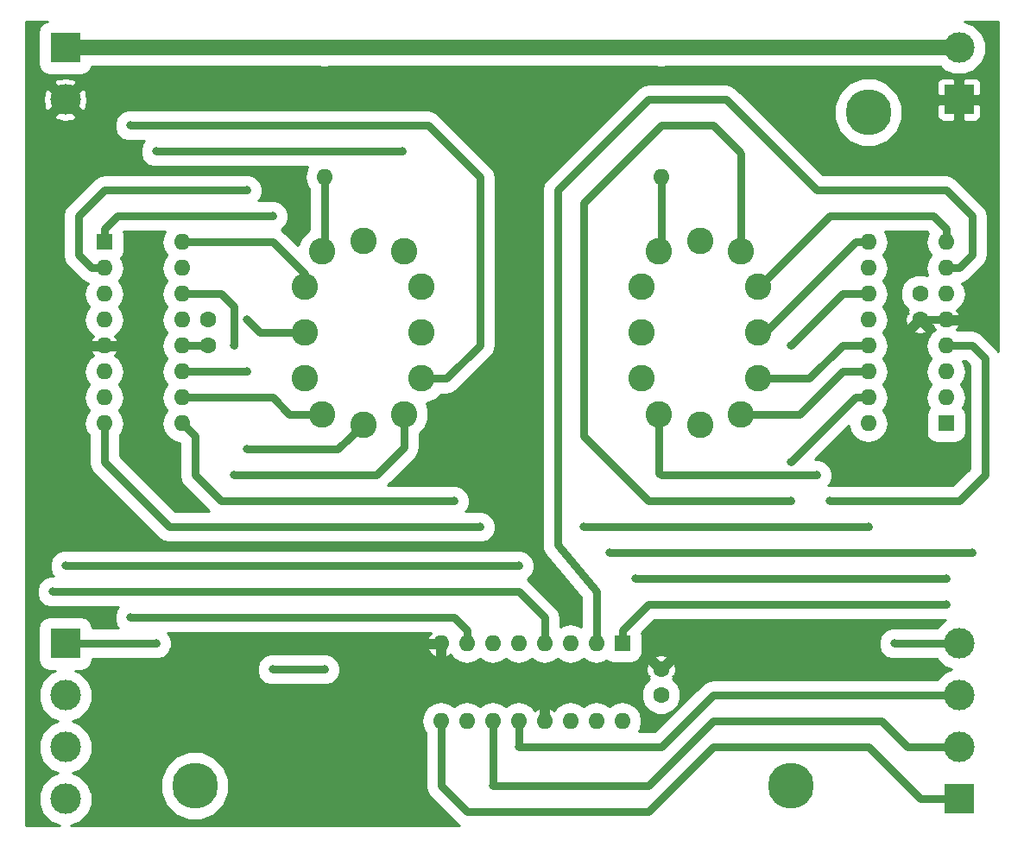
<source format=gbl>
G04 #@! TF.FileFunction,Copper,L2,Bot,Signal*
%FSLAX46Y46*%
G04 Gerber Fmt 4.6, Leading zero omitted, Abs format (unit mm)*
G04 Created by KiCad (PCBNEW 4.0.6) date Sat Sep  9 17:26:42 2017*
%MOMM*%
%LPD*%
G01*
G04 APERTURE LIST*
%ADD10C,0.100000*%
%ADD11R,1.600000X1.600000*%
%ADD12O,1.600000X1.600000*%
%ADD13C,1.600000*%
%ADD14C,3.000000*%
%ADD15R,3.000000X3.000000*%
%ADD16C,2.600000*%
%ADD17C,4.500000*%
%ADD18C,0.800000*%
%ADD19C,0.800000*%
%ADD20C,1.500000*%
%ADD21C,1.270000*%
%ADD22C,0.254000*%
G04 APERTURE END LIST*
D10*
D11*
X91440000Y-40640000D03*
D12*
X83820000Y-22860000D03*
X91440000Y-38100000D03*
X83820000Y-25400000D03*
X91440000Y-35560000D03*
X83820000Y-27940000D03*
X91440000Y-33020000D03*
X83820000Y-30480000D03*
X91440000Y-30480000D03*
X83820000Y-33020000D03*
X91440000Y-27940000D03*
X83820000Y-35560000D03*
X91440000Y-25400000D03*
X83820000Y-38100000D03*
X91440000Y-22860000D03*
X83820000Y-40640000D03*
D13*
X30480000Y-3810000D03*
D12*
X30480000Y-16510000D03*
D13*
X63500000Y-64770000D03*
X63500000Y-67270000D03*
D14*
X5080000Y-67310000D03*
X5080000Y-72390000D03*
D15*
X5080000Y-62230000D03*
D14*
X5080000Y-77470000D03*
D15*
X92710000Y-8890000D03*
D14*
X92710000Y-3810000D03*
X92710000Y-72390000D03*
X92710000Y-67310000D03*
D15*
X92710000Y-77470000D03*
D14*
X92710000Y-62230000D03*
D15*
X5080000Y-3810000D03*
D14*
X5080000Y-8890000D03*
D13*
X63500000Y-3810000D03*
D12*
X63500000Y-16510000D03*
D11*
X59690000Y-62230000D03*
D12*
X41910000Y-69850000D03*
X57150000Y-62230000D03*
X44450000Y-69850000D03*
X54610000Y-62230000D03*
X46990000Y-69850000D03*
X52070000Y-62230000D03*
X49530000Y-69850000D03*
X49530000Y-62230000D03*
X52070000Y-69850000D03*
X46990000Y-62230000D03*
X54610000Y-69850000D03*
X44450000Y-62230000D03*
X57150000Y-69850000D03*
X41910000Y-62230000D03*
X59690000Y-69850000D03*
D11*
X8890000Y-22860000D03*
D12*
X16510000Y-40640000D03*
X8890000Y-25400000D03*
X16510000Y-38100000D03*
X8890000Y-27940000D03*
X16510000Y-35560000D03*
X8890000Y-30480000D03*
X16510000Y-33020000D03*
X8890000Y-33020000D03*
X16510000Y-30480000D03*
X8890000Y-35560000D03*
X16510000Y-27940000D03*
X8890000Y-38100000D03*
X16510000Y-25400000D03*
X8890000Y-40640000D03*
X16510000Y-22860000D03*
D13*
X19050000Y-30480000D03*
X19050000Y-32980000D03*
X88900000Y-27940000D03*
X88900000Y-30440000D03*
D16*
X67310000Y-22750000D03*
X67310000Y-40750000D03*
X73060000Y-31750000D03*
X61560000Y-31750000D03*
X61560000Y-36250000D03*
X61560000Y-27250000D03*
X73060000Y-27250000D03*
X73035000Y-36250000D03*
X63310000Y-39750000D03*
X71310000Y-39750000D03*
X71310000Y-23750000D03*
X63310000Y-23750000D03*
X34290000Y-22750000D03*
X34290000Y-40750000D03*
X40040000Y-31750000D03*
X28540000Y-31750000D03*
X28540000Y-36250000D03*
X28540000Y-27250000D03*
X40040000Y-27250000D03*
X40015000Y-36250000D03*
X30290000Y-39750000D03*
X38290000Y-39750000D03*
X38290000Y-23750000D03*
X30290000Y-23750000D03*
D17*
X17780000Y-76200000D03*
X83820000Y-10160000D03*
X76200000Y-76200000D03*
D18*
X86360000Y-62230000D03*
X13970000Y-62230000D03*
X49530000Y-72390000D03*
X46990000Y-76200000D03*
X76200000Y-33020000D03*
X93980000Y-53340000D03*
X58420000Y-53340000D03*
X91440000Y-55880000D03*
X60960000Y-55880000D03*
X83820000Y-50800000D03*
X55880000Y-50800000D03*
X78740000Y-45720000D03*
X76200000Y-44450000D03*
X76200000Y-48260000D03*
X22860000Y-43180000D03*
X22860000Y-35560000D03*
X43180000Y-48260000D03*
X22860000Y-30480000D03*
X22860000Y-17780000D03*
X25400000Y-20320000D03*
X45720000Y-50800000D03*
X11430000Y-11430000D03*
X21590000Y-45720000D03*
X21590000Y-33020000D03*
X13970000Y-13970000D03*
X38100000Y-13970000D03*
X91440000Y-58420000D03*
X80010000Y-48260000D03*
X3810000Y-57150000D03*
X5080000Y-54610000D03*
X49530000Y-54610000D03*
X25400000Y-64770000D03*
X30480000Y-64770000D03*
X11430000Y-59690000D03*
D19*
X88900000Y-30440000D02*
X91400000Y-30440000D01*
X91400000Y-30440000D02*
X91440000Y-30480000D01*
X16510000Y-33020000D02*
X19010000Y-33020000D01*
X19010000Y-33020000D02*
X19050000Y-32980000D01*
X86360000Y-62230000D02*
X92710000Y-62230000D01*
X5080000Y-62230000D02*
X13970000Y-62230000D01*
X86360000Y-62230000D02*
X86360000Y-62230000D01*
X49530000Y-72390000D02*
X63500000Y-72390000D01*
X87630000Y-67310000D02*
X92710000Y-67310000D01*
X87630000Y-67310000D02*
X87630000Y-67310000D01*
X68580000Y-67310000D02*
X87630000Y-67310000D01*
X63500000Y-72390000D02*
X68580000Y-67310000D01*
X49530000Y-72390000D02*
X49530000Y-69850000D01*
X92710000Y-72390000D02*
X87630000Y-72390000D01*
X62230000Y-76200000D02*
X46990000Y-76200000D01*
X62230000Y-76200000D02*
X68580000Y-69850000D01*
X85090000Y-69850000D02*
X68580000Y-69850000D01*
X87630000Y-72390000D02*
X85090000Y-69850000D01*
X46990000Y-76200000D02*
X46990000Y-69850000D01*
X91440000Y-72390000D02*
X92710000Y-72390000D01*
D20*
X5080000Y-3810000D02*
X30480000Y-3810000D01*
X30480000Y-3810000D02*
X63500000Y-3810000D01*
X63500000Y-3810000D02*
X92710000Y-3810000D01*
D19*
X62230000Y-78740000D02*
X68580000Y-72390000D01*
X88900000Y-77470000D02*
X92710000Y-77470000D01*
X83820000Y-72390000D02*
X88900000Y-77470000D01*
X68580000Y-72390000D02*
X83820000Y-72390000D01*
X92710000Y-77470000D02*
X91440000Y-77470000D01*
X62230000Y-78740000D02*
X44450000Y-78740000D01*
X44450000Y-78740000D02*
X41910000Y-76200000D01*
X41910000Y-76200000D02*
X41910000Y-69850000D01*
X63500000Y-16510000D02*
X63500000Y-23560000D01*
X63500000Y-23560000D02*
X63310000Y-23750000D01*
X30480000Y-16510000D02*
X30480000Y-23560000D01*
X30480000Y-23560000D02*
X30290000Y-23750000D01*
D21*
X30480000Y-23560000D02*
X30290000Y-23750000D01*
D19*
X67420000Y-40750000D02*
X67310000Y-40750000D01*
X83820000Y-27940000D02*
X81280000Y-27940000D01*
X81280000Y-27940000D02*
X76200000Y-33020000D01*
X82550000Y-22860000D02*
X74930000Y-30480000D01*
X74930000Y-30480000D02*
X73660000Y-31750000D01*
X73060000Y-31750000D02*
X73660000Y-31750000D01*
X82550000Y-22860000D02*
X82550000Y-22860000D01*
X82550000Y-22860000D02*
X83820000Y-22860000D01*
X58420000Y-53340000D02*
X93980000Y-53340000D01*
X93980000Y-53340000D02*
X93980000Y-53340000D01*
X91440000Y-55880000D02*
X60960000Y-55880000D01*
X83820000Y-50800000D02*
X55880000Y-50800000D01*
X74930000Y-25400000D02*
X80010000Y-20320000D01*
X73060000Y-27250000D02*
X73080000Y-27250000D01*
X73080000Y-27250000D02*
X74930000Y-25400000D01*
X90170000Y-20320000D02*
X91440000Y-21590000D01*
X91440000Y-21590000D02*
X91440000Y-22860000D01*
X80010000Y-20320000D02*
X90170000Y-20320000D01*
X80010000Y-20320000D02*
X80010000Y-20320000D01*
X74930000Y-25400000D02*
X74930000Y-25400000D01*
X73035000Y-36250000D02*
X78050000Y-36250000D01*
X81280000Y-33020000D02*
X83820000Y-33020000D01*
X78050000Y-36250000D02*
X81280000Y-33020000D01*
X63310000Y-45530000D02*
X63310000Y-39750000D01*
X63500000Y-45720000D02*
X63310000Y-45530000D01*
X78740000Y-45720000D02*
X63500000Y-45720000D01*
X71310000Y-39750000D02*
X77090000Y-39750000D01*
X81280000Y-35560000D02*
X83820000Y-35560000D01*
X77090000Y-39750000D02*
X81280000Y-35560000D01*
X55880000Y-19050000D02*
X55880000Y-41910000D01*
X76200000Y-48260000D02*
X62230000Y-48260000D01*
X83820000Y-38100000D02*
X82550000Y-38100000D01*
X81280000Y-39370000D02*
X82550000Y-38100000D01*
X81280000Y-39370000D02*
X76200000Y-44450000D01*
X63500000Y-11430000D02*
X68580000Y-11430000D01*
X55880000Y-19050000D02*
X63500000Y-11430000D01*
X55880000Y-41910000D02*
X62230000Y-48260000D01*
X71120000Y-13970000D02*
X71310000Y-14160000D01*
X71310000Y-14160000D02*
X71310000Y-23750000D01*
X68580000Y-11430000D02*
X68580000Y-11430000D01*
X68580000Y-11430000D02*
X71120000Y-13970000D01*
X31750000Y-43180000D02*
X34290000Y-40750000D01*
X22860000Y-43180000D02*
X31750000Y-43180000D01*
X16510000Y-35560000D02*
X22860000Y-35560000D01*
X17780000Y-41910000D02*
X17780000Y-45720000D01*
X17780000Y-45720000D02*
X20320000Y-48260000D01*
X20320000Y-48260000D02*
X43180000Y-48260000D01*
X17780000Y-41910000D02*
X16510000Y-40640000D01*
X8890000Y-25400000D02*
X7620000Y-25400000D01*
X24130000Y-31750000D02*
X28540000Y-31750000D01*
X22860000Y-30480000D02*
X24130000Y-31750000D01*
X6350000Y-20320000D02*
X8890000Y-17780000D01*
X8890000Y-17780000D02*
X22860000Y-17780000D01*
X6350000Y-24130000D02*
X6350000Y-20320000D01*
X7620000Y-25400000D02*
X6350000Y-24130000D01*
X8890000Y-22860000D02*
X8890000Y-21590000D01*
X10160000Y-20320000D02*
X25400000Y-20320000D01*
X8890000Y-21590000D02*
X10160000Y-20320000D01*
X8890000Y-22860000D02*
X8890000Y-22860000D01*
X28540000Y-27250000D02*
X28540000Y-26000000D01*
X25400000Y-22860000D02*
X16510000Y-22860000D01*
X28540000Y-26000000D02*
X25400000Y-22860000D01*
X15240000Y-50800000D02*
X10160000Y-45720000D01*
X45720000Y-50800000D02*
X15240000Y-50800000D01*
X8890000Y-44450000D02*
X8890000Y-40640000D01*
X10160000Y-45720000D02*
X8890000Y-44450000D01*
X10160000Y-45720000D02*
X10160000Y-45720000D01*
X40015000Y-36250000D02*
X42490000Y-36250000D01*
X45720000Y-33020000D02*
X45720000Y-16510000D01*
X45720000Y-16510000D02*
X40640000Y-11430000D01*
X42490000Y-36250000D02*
X45720000Y-33020000D01*
X40640000Y-11430000D02*
X40640000Y-11430000D01*
X11430000Y-11430000D02*
X40640000Y-11430000D01*
X40060000Y-36250000D02*
X40015000Y-36250000D01*
X40015000Y-36250000D02*
X40060000Y-36250000D01*
X25400000Y-38100000D02*
X16510000Y-38100000D01*
X27050000Y-39750000D02*
X25400000Y-38100000D01*
X30290000Y-39750000D02*
X27050000Y-39750000D01*
X38290000Y-39750000D02*
X38290000Y-42990000D01*
X20320000Y-27940000D02*
X16510000Y-27940000D01*
X21590000Y-29210000D02*
X20320000Y-27940000D01*
X34290000Y-45720000D02*
X21590000Y-45720000D01*
X21590000Y-29210000D02*
X21590000Y-33020000D01*
X35560000Y-45720000D02*
X34290000Y-45720000D01*
X38290000Y-42990000D02*
X35560000Y-45720000D01*
X38290000Y-39750000D02*
X38290000Y-40450000D01*
X13970000Y-13970000D02*
X38100000Y-13970000D01*
X91440000Y-58420000D02*
X62230000Y-58420000D01*
X62230000Y-58420000D02*
X59690000Y-60960000D01*
X59690000Y-60960000D02*
X59690000Y-62230000D01*
X53340000Y-52578000D02*
X53340000Y-17780000D01*
X57150000Y-62230000D02*
X57150000Y-57150000D01*
X93980000Y-24130000D02*
X92710000Y-25400000D01*
X92710000Y-25400000D02*
X91440000Y-25400000D01*
X53340000Y-17780000D02*
X62230000Y-8890000D01*
X62230000Y-8890000D02*
X69850000Y-8890000D01*
X69850000Y-8890000D02*
X78740000Y-17780000D01*
X78740000Y-17780000D02*
X91440000Y-17780000D01*
X91440000Y-17780000D02*
X93980000Y-20320000D01*
X93980000Y-20320000D02*
X93980000Y-24130000D01*
X57150000Y-57150000D02*
X53340000Y-52578000D01*
X95250000Y-45720000D02*
X95250000Y-35560000D01*
X93980000Y-33020000D02*
X95250000Y-34290000D01*
X95250000Y-34290000D02*
X95250000Y-35560000D01*
X93980000Y-33020000D02*
X91440000Y-33020000D01*
X95250000Y-45720000D02*
X95250000Y-45720000D01*
X95250000Y-45720000D02*
X92710000Y-48260000D01*
X92710000Y-48260000D02*
X80010000Y-48260000D01*
X49530000Y-57150000D02*
X3810000Y-57150000D01*
X52070000Y-62230000D02*
X52070000Y-59690000D01*
X52070000Y-59690000D02*
X49530000Y-57150000D01*
X5080000Y-54610000D02*
X49530000Y-54610000D01*
X25400000Y-64770000D02*
X30480000Y-64770000D01*
X43180000Y-59690000D02*
X44450000Y-60960000D01*
X44450000Y-60960000D02*
X44450000Y-62230000D01*
X11430000Y-59690000D02*
X43180000Y-59690000D01*
D22*
G36*
X3162359Y-1239506D02*
X2778781Y-1486331D01*
X2521452Y-1862944D01*
X2430921Y-2310000D01*
X2430921Y-5310000D01*
X2509506Y-5727641D01*
X2756331Y-6111219D01*
X3132944Y-6368548D01*
X3580000Y-6459079D01*
X6580000Y-6459079D01*
X6997641Y-6380494D01*
X7381219Y-6133669D01*
X7638548Y-5757056D01*
X7652735Y-5687000D01*
X29975408Y-5687000D01*
X30095014Y-5736665D01*
X30861622Y-5737334D01*
X30983440Y-5687000D01*
X62995408Y-5687000D01*
X63115014Y-5736665D01*
X63881622Y-5737334D01*
X64003440Y-5687000D01*
X90871825Y-5687000D01*
X91219981Y-6035764D01*
X92185165Y-6436543D01*
X93230250Y-6437455D01*
X94196132Y-6038361D01*
X94935764Y-5300019D01*
X95336543Y-4334835D01*
X95337455Y-3289750D01*
X94938361Y-2323868D01*
X94200019Y-1584236D01*
X93279492Y-1202000D01*
X96588000Y-1202000D01*
X96588000Y-33596743D01*
X96329752Y-33210248D01*
X95059752Y-31940248D01*
X94855567Y-31803816D01*
X94564358Y-31609236D01*
X93980000Y-31493000D01*
X92594297Y-31493000D01*
X92504516Y-31433010D01*
X92750265Y-31065175D01*
X92660527Y-30853000D01*
X91813000Y-30853000D01*
X91813000Y-30873000D01*
X91067000Y-30873000D01*
X91067000Y-30853000D01*
X91047000Y-30853000D01*
X91047000Y-30107000D01*
X91067000Y-30107000D01*
X91067000Y-30087000D01*
X91813000Y-30087000D01*
X91813000Y-30107000D01*
X92660527Y-30107000D01*
X92750265Y-29894825D01*
X92504516Y-29526990D01*
X92840347Y-29302595D01*
X93258068Y-28677431D01*
X93404752Y-27940000D01*
X93258068Y-27202569D01*
X93031243Y-26863101D01*
X93294358Y-26810764D01*
X93789752Y-26479752D01*
X95059752Y-25209752D01*
X95141772Y-25087000D01*
X95390764Y-24714358D01*
X95507000Y-24130000D01*
X95507000Y-20320000D01*
X95390764Y-19735642D01*
X95059752Y-19240248D01*
X92519752Y-16700248D01*
X92024358Y-16369236D01*
X91440000Y-16253000D01*
X79372504Y-16253000D01*
X73948284Y-10828780D01*
X80442415Y-10828780D01*
X80955450Y-12070418D01*
X81904586Y-13021212D01*
X83145326Y-13536412D01*
X84488780Y-13537585D01*
X85730418Y-13024550D01*
X86681212Y-12075414D01*
X87196412Y-10834674D01*
X87197585Y-9491220D01*
X87168881Y-9421750D01*
X90575000Y-9421750D01*
X90575000Y-10516309D01*
X90671673Y-10749698D01*
X90850301Y-10928327D01*
X91083690Y-11025000D01*
X92178250Y-11025000D01*
X92337000Y-10866250D01*
X92337000Y-9263000D01*
X93083000Y-9263000D01*
X93083000Y-10866250D01*
X93241750Y-11025000D01*
X94336310Y-11025000D01*
X94569699Y-10928327D01*
X94748327Y-10749698D01*
X94845000Y-10516309D01*
X94845000Y-9421750D01*
X94686250Y-9263000D01*
X93083000Y-9263000D01*
X92337000Y-9263000D01*
X90733750Y-9263000D01*
X90575000Y-9421750D01*
X87168881Y-9421750D01*
X86684550Y-8249582D01*
X85735414Y-7298788D01*
X85650891Y-7263691D01*
X90575000Y-7263691D01*
X90575000Y-8358250D01*
X90733750Y-8517000D01*
X92337000Y-8517000D01*
X92337000Y-6913750D01*
X93083000Y-6913750D01*
X93083000Y-8517000D01*
X94686250Y-8517000D01*
X94845000Y-8358250D01*
X94845000Y-7263691D01*
X94748327Y-7030302D01*
X94569699Y-6851673D01*
X94336310Y-6755000D01*
X93241750Y-6755000D01*
X93083000Y-6913750D01*
X92337000Y-6913750D01*
X92178250Y-6755000D01*
X91083690Y-6755000D01*
X90850301Y-6851673D01*
X90671673Y-7030302D01*
X90575000Y-7263691D01*
X85650891Y-7263691D01*
X84494674Y-6783588D01*
X83151220Y-6782415D01*
X81909582Y-7295450D01*
X80958788Y-8244586D01*
X80443588Y-9485326D01*
X80442415Y-10828780D01*
X73948284Y-10828780D01*
X70929752Y-7810248D01*
X70434358Y-7479236D01*
X69850000Y-7363000D01*
X62230000Y-7363000D01*
X61645643Y-7479235D01*
X61150248Y-7810248D01*
X52260248Y-16700248D01*
X51929236Y-17195642D01*
X51813000Y-17780000D01*
X51813000Y-52578000D01*
X51857864Y-52803546D01*
X51882124Y-53032233D01*
X51915581Y-53093712D01*
X51929236Y-53162358D01*
X52056998Y-53353567D01*
X52166926Y-53555562D01*
X55623000Y-57702850D01*
X55623000Y-60596061D01*
X55347431Y-60411932D01*
X54610000Y-60265248D01*
X53872569Y-60411932D01*
X53597000Y-60596061D01*
X53597000Y-59690000D01*
X53480764Y-59105642D01*
X53149752Y-58610248D01*
X50609752Y-56070248D01*
X50535694Y-56020764D01*
X50374703Y-55913193D01*
X50393846Y-55905283D01*
X50823773Y-55476106D01*
X51056735Y-54915072D01*
X51057265Y-54307593D01*
X50825283Y-53746154D01*
X50396106Y-53316227D01*
X49835072Y-53083265D01*
X49227593Y-53082735D01*
X49226952Y-53083000D01*
X5081332Y-53083000D01*
X4777593Y-53082735D01*
X4216154Y-53314717D01*
X3786227Y-53743894D01*
X3553265Y-54304928D01*
X3552735Y-54912407D01*
X3784717Y-55473846D01*
X3933611Y-55623000D01*
X3811332Y-55623000D01*
X3507593Y-55622735D01*
X2946154Y-55854717D01*
X2516227Y-56283894D01*
X2283265Y-56844928D01*
X2282735Y-57452407D01*
X2514717Y-58013846D01*
X2943894Y-58443773D01*
X3504928Y-58676735D01*
X4112407Y-58677265D01*
X4113048Y-58677000D01*
X10283378Y-58677000D01*
X10136227Y-58823894D01*
X9903265Y-59384928D01*
X9902735Y-59992407D01*
X10134717Y-60553846D01*
X10283611Y-60703000D01*
X7723999Y-60703000D01*
X7650494Y-60312359D01*
X7403669Y-59928781D01*
X7027056Y-59671452D01*
X6580000Y-59580921D01*
X3580000Y-59580921D01*
X3162359Y-59659506D01*
X2778781Y-59906331D01*
X2521452Y-60282944D01*
X2430921Y-60730000D01*
X2430921Y-63730000D01*
X2509506Y-64147641D01*
X2756331Y-64531219D01*
X3132944Y-64788548D01*
X3580000Y-64879079D01*
X4084101Y-64879079D01*
X3593868Y-65081639D01*
X2854236Y-65819981D01*
X2453457Y-66785165D01*
X2452545Y-67830250D01*
X2851639Y-68796132D01*
X3589981Y-69535764D01*
X4347418Y-69850279D01*
X3593868Y-70161639D01*
X2854236Y-70899981D01*
X2453457Y-71865165D01*
X2452545Y-72910250D01*
X2851639Y-73876132D01*
X3589981Y-74615764D01*
X4347418Y-74930279D01*
X3593868Y-75241639D01*
X2854236Y-75979981D01*
X2453457Y-76945165D01*
X2452545Y-77990250D01*
X2851639Y-78956132D01*
X3589981Y-79695764D01*
X4510508Y-80078000D01*
X1202000Y-80078000D01*
X1202000Y-20320000D01*
X4823000Y-20320000D01*
X4823000Y-24130000D01*
X4939236Y-24714358D01*
X5188228Y-25087000D01*
X5270248Y-25209752D01*
X6540248Y-26479752D01*
X7035642Y-26810764D01*
X7298757Y-26863101D01*
X7071932Y-27202569D01*
X6925248Y-27940000D01*
X7071932Y-28677431D01*
X7427783Y-29210000D01*
X7071932Y-29742569D01*
X6925248Y-30480000D01*
X7071932Y-31217431D01*
X7489653Y-31842595D01*
X7825484Y-32066990D01*
X7579735Y-32434825D01*
X7669473Y-32647000D01*
X8517000Y-32647000D01*
X8517000Y-32627000D01*
X9263000Y-32627000D01*
X9263000Y-32647000D01*
X10110527Y-32647000D01*
X10200265Y-32434825D01*
X9954516Y-32066990D01*
X10290347Y-31842595D01*
X10708068Y-31217431D01*
X10854752Y-30480000D01*
X10708068Y-29742569D01*
X10352217Y-29210000D01*
X10708068Y-28677431D01*
X10854752Y-27940000D01*
X10708068Y-27202569D01*
X10352217Y-26670000D01*
X10708068Y-26137431D01*
X10854752Y-25400000D01*
X10708068Y-24662569D01*
X10540418Y-24411663D01*
X10748548Y-24107056D01*
X10839079Y-23660000D01*
X10839079Y-22060000D01*
X10799000Y-21847000D01*
X14876061Y-21847000D01*
X14691932Y-22122569D01*
X14545248Y-22860000D01*
X14691932Y-23597431D01*
X15047783Y-24130000D01*
X14691932Y-24662569D01*
X14545248Y-25400000D01*
X14691932Y-26137431D01*
X15047783Y-26670000D01*
X14691932Y-27202569D01*
X14545248Y-27940000D01*
X14691932Y-28677431D01*
X15047783Y-29210000D01*
X14691932Y-29742569D01*
X14545248Y-30480000D01*
X14691932Y-31217431D01*
X15047783Y-31750000D01*
X14691932Y-32282569D01*
X14545248Y-33020000D01*
X14691932Y-33757431D01*
X15047783Y-34290000D01*
X14691932Y-34822569D01*
X14545248Y-35560000D01*
X14691932Y-36297431D01*
X15047783Y-36830000D01*
X14691932Y-37362569D01*
X14545248Y-38100000D01*
X14691932Y-38837431D01*
X15047783Y-39370000D01*
X14691932Y-39902569D01*
X14545248Y-40640000D01*
X14691932Y-41377431D01*
X15109653Y-42002595D01*
X15734817Y-42420316D01*
X16229139Y-42518643D01*
X16253000Y-42542504D01*
X16253000Y-45720000D01*
X16369236Y-46304358D01*
X16555984Y-46583846D01*
X16700248Y-46799752D01*
X19173496Y-49273000D01*
X15872504Y-49273000D01*
X10417000Y-43817496D01*
X10417000Y-41813045D01*
X10708068Y-41377431D01*
X10854752Y-40640000D01*
X10708068Y-39902569D01*
X10352217Y-39370000D01*
X10708068Y-38837431D01*
X10854752Y-38100000D01*
X10708068Y-37362569D01*
X10352217Y-36830000D01*
X10708068Y-36297431D01*
X10854752Y-35560000D01*
X10708068Y-34822569D01*
X10290347Y-34197405D01*
X9954516Y-33973010D01*
X10200265Y-33605175D01*
X10110527Y-33393000D01*
X9263000Y-33393000D01*
X9263000Y-33413000D01*
X8517000Y-33413000D01*
X8517000Y-33393000D01*
X7669473Y-33393000D01*
X7579735Y-33605175D01*
X7825484Y-33973010D01*
X7489653Y-34197405D01*
X7071932Y-34822569D01*
X6925248Y-35560000D01*
X7071932Y-36297431D01*
X7427783Y-36830000D01*
X7071932Y-37362569D01*
X6925248Y-38100000D01*
X7071932Y-38837431D01*
X7427783Y-39370000D01*
X7071932Y-39902569D01*
X6925248Y-40640000D01*
X7071932Y-41377431D01*
X7363000Y-41813045D01*
X7363000Y-44450000D01*
X7479236Y-45034358D01*
X7546912Y-45135642D01*
X7810248Y-45529752D01*
X14160248Y-51879752D01*
X14655642Y-52210764D01*
X15240000Y-52327000D01*
X45718667Y-52327000D01*
X46022407Y-52327265D01*
X46583846Y-52095283D01*
X47013773Y-51666106D01*
X47246735Y-51105072D01*
X47247265Y-50497593D01*
X47015283Y-49936154D01*
X46586106Y-49506227D01*
X46025072Y-49273265D01*
X45417593Y-49272735D01*
X45416952Y-49273000D01*
X44326622Y-49273000D01*
X44473773Y-49126106D01*
X44706735Y-48565072D01*
X44707265Y-47957593D01*
X44475283Y-47396154D01*
X44046106Y-46966227D01*
X43485072Y-46733265D01*
X42877593Y-46732735D01*
X42876952Y-46733000D01*
X36706504Y-46733000D01*
X39369752Y-44069752D01*
X39694392Y-43583894D01*
X39700764Y-43574358D01*
X39817000Y-42990000D01*
X39817000Y-41654968D01*
X40346311Y-41126580D01*
X40716578Y-40234878D01*
X40717421Y-39269358D01*
X40472829Y-38677401D01*
X40495642Y-38677421D01*
X41387989Y-38308710D01*
X41920628Y-37777000D01*
X42490000Y-37777000D01*
X43074358Y-37660764D01*
X43569752Y-37329752D01*
X46799752Y-34099752D01*
X46995823Y-33806311D01*
X47130764Y-33604358D01*
X47247000Y-33020000D01*
X47247000Y-16510000D01*
X47130764Y-15925642D01*
X46799752Y-15430248D01*
X41719752Y-10350248D01*
X41397187Y-10134717D01*
X41224358Y-10019236D01*
X40640000Y-9903000D01*
X11431332Y-9903000D01*
X11127593Y-9902735D01*
X10566154Y-10134717D01*
X10136227Y-10563894D01*
X9903265Y-11124928D01*
X9902735Y-11732407D01*
X10134717Y-12293846D01*
X10563894Y-12723773D01*
X11124928Y-12956735D01*
X11732407Y-12957265D01*
X11733048Y-12957000D01*
X12823378Y-12957000D01*
X12676227Y-13103894D01*
X12443265Y-13664928D01*
X12442735Y-14272407D01*
X12674717Y-14833846D01*
X13103894Y-15263773D01*
X13664928Y-15496735D01*
X14272407Y-15497265D01*
X14273048Y-15497000D01*
X28858588Y-15497000D01*
X28699684Y-15734817D01*
X28553000Y-16472248D01*
X28553000Y-16547752D01*
X28699684Y-17285183D01*
X28953000Y-17664297D01*
X28953000Y-21676420D01*
X28917011Y-21691290D01*
X28233689Y-22373420D01*
X27893116Y-23193612D01*
X26479752Y-21780248D01*
X26346617Y-21691290D01*
X26244703Y-21623193D01*
X26263846Y-21615283D01*
X26693773Y-21186106D01*
X26926735Y-20625072D01*
X26927265Y-20017593D01*
X26695283Y-19456154D01*
X26266106Y-19026227D01*
X25705072Y-18793265D01*
X25097593Y-18792735D01*
X25096952Y-18793000D01*
X24006622Y-18793000D01*
X24153773Y-18646106D01*
X24386735Y-18085072D01*
X24387265Y-17477593D01*
X24155283Y-16916154D01*
X23726106Y-16486227D01*
X23165072Y-16253265D01*
X22557593Y-16252735D01*
X22556952Y-16253000D01*
X8890000Y-16253000D01*
X8305642Y-16369236D01*
X7810248Y-16700248D01*
X5270248Y-19240248D01*
X4939236Y-19735642D01*
X4823000Y-20320000D01*
X1202000Y-20320000D01*
X1202000Y-10556161D01*
X3941341Y-10556161D01*
X4121180Y-10844288D01*
X4942040Y-11062451D01*
X5783903Y-10949878D01*
X6038820Y-10844288D01*
X6218659Y-10556161D01*
X5080000Y-9417502D01*
X3941341Y-10556161D01*
X1202000Y-10556161D01*
X1202000Y-8752040D01*
X2907549Y-8752040D01*
X3020122Y-9593903D01*
X3125712Y-9848820D01*
X3413839Y-10028659D01*
X4552498Y-8890000D01*
X5607502Y-8890000D01*
X6746161Y-10028659D01*
X7034288Y-9848820D01*
X7252451Y-9027960D01*
X7139878Y-8186097D01*
X7034288Y-7931180D01*
X6746161Y-7751341D01*
X5607502Y-8890000D01*
X4552498Y-8890000D01*
X3413839Y-7751341D01*
X3125712Y-7931180D01*
X2907549Y-8752040D01*
X1202000Y-8752040D01*
X1202000Y-7223839D01*
X3941341Y-7223839D01*
X5080000Y-8362498D01*
X6218659Y-7223839D01*
X6038820Y-6935712D01*
X5217960Y-6717549D01*
X4376097Y-6830122D01*
X4121180Y-6935712D01*
X3941341Y-7223839D01*
X1202000Y-7223839D01*
X1202000Y-1202000D01*
X3361685Y-1202000D01*
X3162359Y-1239506D01*
X3162359Y-1239506D01*
G37*
X3162359Y-1239506D02*
X2778781Y-1486331D01*
X2521452Y-1862944D01*
X2430921Y-2310000D01*
X2430921Y-5310000D01*
X2509506Y-5727641D01*
X2756331Y-6111219D01*
X3132944Y-6368548D01*
X3580000Y-6459079D01*
X6580000Y-6459079D01*
X6997641Y-6380494D01*
X7381219Y-6133669D01*
X7638548Y-5757056D01*
X7652735Y-5687000D01*
X29975408Y-5687000D01*
X30095014Y-5736665D01*
X30861622Y-5737334D01*
X30983440Y-5687000D01*
X62995408Y-5687000D01*
X63115014Y-5736665D01*
X63881622Y-5737334D01*
X64003440Y-5687000D01*
X90871825Y-5687000D01*
X91219981Y-6035764D01*
X92185165Y-6436543D01*
X93230250Y-6437455D01*
X94196132Y-6038361D01*
X94935764Y-5300019D01*
X95336543Y-4334835D01*
X95337455Y-3289750D01*
X94938361Y-2323868D01*
X94200019Y-1584236D01*
X93279492Y-1202000D01*
X96588000Y-1202000D01*
X96588000Y-33596743D01*
X96329752Y-33210248D01*
X95059752Y-31940248D01*
X94855567Y-31803816D01*
X94564358Y-31609236D01*
X93980000Y-31493000D01*
X92594297Y-31493000D01*
X92504516Y-31433010D01*
X92750265Y-31065175D01*
X92660527Y-30853000D01*
X91813000Y-30853000D01*
X91813000Y-30873000D01*
X91067000Y-30873000D01*
X91067000Y-30853000D01*
X91047000Y-30853000D01*
X91047000Y-30107000D01*
X91067000Y-30107000D01*
X91067000Y-30087000D01*
X91813000Y-30087000D01*
X91813000Y-30107000D01*
X92660527Y-30107000D01*
X92750265Y-29894825D01*
X92504516Y-29526990D01*
X92840347Y-29302595D01*
X93258068Y-28677431D01*
X93404752Y-27940000D01*
X93258068Y-27202569D01*
X93031243Y-26863101D01*
X93294358Y-26810764D01*
X93789752Y-26479752D01*
X95059752Y-25209752D01*
X95141772Y-25087000D01*
X95390764Y-24714358D01*
X95507000Y-24130000D01*
X95507000Y-20320000D01*
X95390764Y-19735642D01*
X95059752Y-19240248D01*
X92519752Y-16700248D01*
X92024358Y-16369236D01*
X91440000Y-16253000D01*
X79372504Y-16253000D01*
X73948284Y-10828780D01*
X80442415Y-10828780D01*
X80955450Y-12070418D01*
X81904586Y-13021212D01*
X83145326Y-13536412D01*
X84488780Y-13537585D01*
X85730418Y-13024550D01*
X86681212Y-12075414D01*
X87196412Y-10834674D01*
X87197585Y-9491220D01*
X87168881Y-9421750D01*
X90575000Y-9421750D01*
X90575000Y-10516309D01*
X90671673Y-10749698D01*
X90850301Y-10928327D01*
X91083690Y-11025000D01*
X92178250Y-11025000D01*
X92337000Y-10866250D01*
X92337000Y-9263000D01*
X93083000Y-9263000D01*
X93083000Y-10866250D01*
X93241750Y-11025000D01*
X94336310Y-11025000D01*
X94569699Y-10928327D01*
X94748327Y-10749698D01*
X94845000Y-10516309D01*
X94845000Y-9421750D01*
X94686250Y-9263000D01*
X93083000Y-9263000D01*
X92337000Y-9263000D01*
X90733750Y-9263000D01*
X90575000Y-9421750D01*
X87168881Y-9421750D01*
X86684550Y-8249582D01*
X85735414Y-7298788D01*
X85650891Y-7263691D01*
X90575000Y-7263691D01*
X90575000Y-8358250D01*
X90733750Y-8517000D01*
X92337000Y-8517000D01*
X92337000Y-6913750D01*
X93083000Y-6913750D01*
X93083000Y-8517000D01*
X94686250Y-8517000D01*
X94845000Y-8358250D01*
X94845000Y-7263691D01*
X94748327Y-7030302D01*
X94569699Y-6851673D01*
X94336310Y-6755000D01*
X93241750Y-6755000D01*
X93083000Y-6913750D01*
X92337000Y-6913750D01*
X92178250Y-6755000D01*
X91083690Y-6755000D01*
X90850301Y-6851673D01*
X90671673Y-7030302D01*
X90575000Y-7263691D01*
X85650891Y-7263691D01*
X84494674Y-6783588D01*
X83151220Y-6782415D01*
X81909582Y-7295450D01*
X80958788Y-8244586D01*
X80443588Y-9485326D01*
X80442415Y-10828780D01*
X73948284Y-10828780D01*
X70929752Y-7810248D01*
X70434358Y-7479236D01*
X69850000Y-7363000D01*
X62230000Y-7363000D01*
X61645643Y-7479235D01*
X61150248Y-7810248D01*
X52260248Y-16700248D01*
X51929236Y-17195642D01*
X51813000Y-17780000D01*
X51813000Y-52578000D01*
X51857864Y-52803546D01*
X51882124Y-53032233D01*
X51915581Y-53093712D01*
X51929236Y-53162358D01*
X52056998Y-53353567D01*
X52166926Y-53555562D01*
X55623000Y-57702850D01*
X55623000Y-60596061D01*
X55347431Y-60411932D01*
X54610000Y-60265248D01*
X53872569Y-60411932D01*
X53597000Y-60596061D01*
X53597000Y-59690000D01*
X53480764Y-59105642D01*
X53149752Y-58610248D01*
X50609752Y-56070248D01*
X50535694Y-56020764D01*
X50374703Y-55913193D01*
X50393846Y-55905283D01*
X50823773Y-55476106D01*
X51056735Y-54915072D01*
X51057265Y-54307593D01*
X50825283Y-53746154D01*
X50396106Y-53316227D01*
X49835072Y-53083265D01*
X49227593Y-53082735D01*
X49226952Y-53083000D01*
X5081332Y-53083000D01*
X4777593Y-53082735D01*
X4216154Y-53314717D01*
X3786227Y-53743894D01*
X3553265Y-54304928D01*
X3552735Y-54912407D01*
X3784717Y-55473846D01*
X3933611Y-55623000D01*
X3811332Y-55623000D01*
X3507593Y-55622735D01*
X2946154Y-55854717D01*
X2516227Y-56283894D01*
X2283265Y-56844928D01*
X2282735Y-57452407D01*
X2514717Y-58013846D01*
X2943894Y-58443773D01*
X3504928Y-58676735D01*
X4112407Y-58677265D01*
X4113048Y-58677000D01*
X10283378Y-58677000D01*
X10136227Y-58823894D01*
X9903265Y-59384928D01*
X9902735Y-59992407D01*
X10134717Y-60553846D01*
X10283611Y-60703000D01*
X7723999Y-60703000D01*
X7650494Y-60312359D01*
X7403669Y-59928781D01*
X7027056Y-59671452D01*
X6580000Y-59580921D01*
X3580000Y-59580921D01*
X3162359Y-59659506D01*
X2778781Y-59906331D01*
X2521452Y-60282944D01*
X2430921Y-60730000D01*
X2430921Y-63730000D01*
X2509506Y-64147641D01*
X2756331Y-64531219D01*
X3132944Y-64788548D01*
X3580000Y-64879079D01*
X4084101Y-64879079D01*
X3593868Y-65081639D01*
X2854236Y-65819981D01*
X2453457Y-66785165D01*
X2452545Y-67830250D01*
X2851639Y-68796132D01*
X3589981Y-69535764D01*
X4347418Y-69850279D01*
X3593868Y-70161639D01*
X2854236Y-70899981D01*
X2453457Y-71865165D01*
X2452545Y-72910250D01*
X2851639Y-73876132D01*
X3589981Y-74615764D01*
X4347418Y-74930279D01*
X3593868Y-75241639D01*
X2854236Y-75979981D01*
X2453457Y-76945165D01*
X2452545Y-77990250D01*
X2851639Y-78956132D01*
X3589981Y-79695764D01*
X4510508Y-80078000D01*
X1202000Y-80078000D01*
X1202000Y-20320000D01*
X4823000Y-20320000D01*
X4823000Y-24130000D01*
X4939236Y-24714358D01*
X5188228Y-25087000D01*
X5270248Y-25209752D01*
X6540248Y-26479752D01*
X7035642Y-26810764D01*
X7298757Y-26863101D01*
X7071932Y-27202569D01*
X6925248Y-27940000D01*
X7071932Y-28677431D01*
X7427783Y-29210000D01*
X7071932Y-29742569D01*
X6925248Y-30480000D01*
X7071932Y-31217431D01*
X7489653Y-31842595D01*
X7825484Y-32066990D01*
X7579735Y-32434825D01*
X7669473Y-32647000D01*
X8517000Y-32647000D01*
X8517000Y-32627000D01*
X9263000Y-32627000D01*
X9263000Y-32647000D01*
X10110527Y-32647000D01*
X10200265Y-32434825D01*
X9954516Y-32066990D01*
X10290347Y-31842595D01*
X10708068Y-31217431D01*
X10854752Y-30480000D01*
X10708068Y-29742569D01*
X10352217Y-29210000D01*
X10708068Y-28677431D01*
X10854752Y-27940000D01*
X10708068Y-27202569D01*
X10352217Y-26670000D01*
X10708068Y-26137431D01*
X10854752Y-25400000D01*
X10708068Y-24662569D01*
X10540418Y-24411663D01*
X10748548Y-24107056D01*
X10839079Y-23660000D01*
X10839079Y-22060000D01*
X10799000Y-21847000D01*
X14876061Y-21847000D01*
X14691932Y-22122569D01*
X14545248Y-22860000D01*
X14691932Y-23597431D01*
X15047783Y-24130000D01*
X14691932Y-24662569D01*
X14545248Y-25400000D01*
X14691932Y-26137431D01*
X15047783Y-26670000D01*
X14691932Y-27202569D01*
X14545248Y-27940000D01*
X14691932Y-28677431D01*
X15047783Y-29210000D01*
X14691932Y-29742569D01*
X14545248Y-30480000D01*
X14691932Y-31217431D01*
X15047783Y-31750000D01*
X14691932Y-32282569D01*
X14545248Y-33020000D01*
X14691932Y-33757431D01*
X15047783Y-34290000D01*
X14691932Y-34822569D01*
X14545248Y-35560000D01*
X14691932Y-36297431D01*
X15047783Y-36830000D01*
X14691932Y-37362569D01*
X14545248Y-38100000D01*
X14691932Y-38837431D01*
X15047783Y-39370000D01*
X14691932Y-39902569D01*
X14545248Y-40640000D01*
X14691932Y-41377431D01*
X15109653Y-42002595D01*
X15734817Y-42420316D01*
X16229139Y-42518643D01*
X16253000Y-42542504D01*
X16253000Y-45720000D01*
X16369236Y-46304358D01*
X16555984Y-46583846D01*
X16700248Y-46799752D01*
X19173496Y-49273000D01*
X15872504Y-49273000D01*
X10417000Y-43817496D01*
X10417000Y-41813045D01*
X10708068Y-41377431D01*
X10854752Y-40640000D01*
X10708068Y-39902569D01*
X10352217Y-39370000D01*
X10708068Y-38837431D01*
X10854752Y-38100000D01*
X10708068Y-37362569D01*
X10352217Y-36830000D01*
X10708068Y-36297431D01*
X10854752Y-35560000D01*
X10708068Y-34822569D01*
X10290347Y-34197405D01*
X9954516Y-33973010D01*
X10200265Y-33605175D01*
X10110527Y-33393000D01*
X9263000Y-33393000D01*
X9263000Y-33413000D01*
X8517000Y-33413000D01*
X8517000Y-33393000D01*
X7669473Y-33393000D01*
X7579735Y-33605175D01*
X7825484Y-33973010D01*
X7489653Y-34197405D01*
X7071932Y-34822569D01*
X6925248Y-35560000D01*
X7071932Y-36297431D01*
X7427783Y-36830000D01*
X7071932Y-37362569D01*
X6925248Y-38100000D01*
X7071932Y-38837431D01*
X7427783Y-39370000D01*
X7071932Y-39902569D01*
X6925248Y-40640000D01*
X7071932Y-41377431D01*
X7363000Y-41813045D01*
X7363000Y-44450000D01*
X7479236Y-45034358D01*
X7546912Y-45135642D01*
X7810248Y-45529752D01*
X14160248Y-51879752D01*
X14655642Y-52210764D01*
X15240000Y-52327000D01*
X45718667Y-52327000D01*
X46022407Y-52327265D01*
X46583846Y-52095283D01*
X47013773Y-51666106D01*
X47246735Y-51105072D01*
X47247265Y-50497593D01*
X47015283Y-49936154D01*
X46586106Y-49506227D01*
X46025072Y-49273265D01*
X45417593Y-49272735D01*
X45416952Y-49273000D01*
X44326622Y-49273000D01*
X44473773Y-49126106D01*
X44706735Y-48565072D01*
X44707265Y-47957593D01*
X44475283Y-47396154D01*
X44046106Y-46966227D01*
X43485072Y-46733265D01*
X42877593Y-46732735D01*
X42876952Y-46733000D01*
X36706504Y-46733000D01*
X39369752Y-44069752D01*
X39694392Y-43583894D01*
X39700764Y-43574358D01*
X39817000Y-42990000D01*
X39817000Y-41654968D01*
X40346311Y-41126580D01*
X40716578Y-40234878D01*
X40717421Y-39269358D01*
X40472829Y-38677401D01*
X40495642Y-38677421D01*
X41387989Y-38308710D01*
X41920628Y-37777000D01*
X42490000Y-37777000D01*
X43074358Y-37660764D01*
X43569752Y-37329752D01*
X46799752Y-34099752D01*
X46995823Y-33806311D01*
X47130764Y-33604358D01*
X47247000Y-33020000D01*
X47247000Y-16510000D01*
X47130764Y-15925642D01*
X46799752Y-15430248D01*
X41719752Y-10350248D01*
X41397187Y-10134717D01*
X41224358Y-10019236D01*
X40640000Y-9903000D01*
X11431332Y-9903000D01*
X11127593Y-9902735D01*
X10566154Y-10134717D01*
X10136227Y-10563894D01*
X9903265Y-11124928D01*
X9902735Y-11732407D01*
X10134717Y-12293846D01*
X10563894Y-12723773D01*
X11124928Y-12956735D01*
X11732407Y-12957265D01*
X11733048Y-12957000D01*
X12823378Y-12957000D01*
X12676227Y-13103894D01*
X12443265Y-13664928D01*
X12442735Y-14272407D01*
X12674717Y-14833846D01*
X13103894Y-15263773D01*
X13664928Y-15496735D01*
X14272407Y-15497265D01*
X14273048Y-15497000D01*
X28858588Y-15497000D01*
X28699684Y-15734817D01*
X28553000Y-16472248D01*
X28553000Y-16547752D01*
X28699684Y-17285183D01*
X28953000Y-17664297D01*
X28953000Y-21676420D01*
X28917011Y-21691290D01*
X28233689Y-22373420D01*
X27893116Y-23193612D01*
X26479752Y-21780248D01*
X26346617Y-21691290D01*
X26244703Y-21623193D01*
X26263846Y-21615283D01*
X26693773Y-21186106D01*
X26926735Y-20625072D01*
X26927265Y-20017593D01*
X26695283Y-19456154D01*
X26266106Y-19026227D01*
X25705072Y-18793265D01*
X25097593Y-18792735D01*
X25096952Y-18793000D01*
X24006622Y-18793000D01*
X24153773Y-18646106D01*
X24386735Y-18085072D01*
X24387265Y-17477593D01*
X24155283Y-16916154D01*
X23726106Y-16486227D01*
X23165072Y-16253265D01*
X22557593Y-16252735D01*
X22556952Y-16253000D01*
X8890000Y-16253000D01*
X8305642Y-16369236D01*
X7810248Y-16700248D01*
X5270248Y-19240248D01*
X4939236Y-19735642D01*
X4823000Y-20320000D01*
X1202000Y-20320000D01*
X1202000Y-10556161D01*
X3941341Y-10556161D01*
X4121180Y-10844288D01*
X4942040Y-11062451D01*
X5783903Y-10949878D01*
X6038820Y-10844288D01*
X6218659Y-10556161D01*
X5080000Y-9417502D01*
X3941341Y-10556161D01*
X1202000Y-10556161D01*
X1202000Y-8752040D01*
X2907549Y-8752040D01*
X3020122Y-9593903D01*
X3125712Y-9848820D01*
X3413839Y-10028659D01*
X4552498Y-8890000D01*
X5607502Y-8890000D01*
X6746161Y-10028659D01*
X7034288Y-9848820D01*
X7252451Y-9027960D01*
X7139878Y-8186097D01*
X7034288Y-7931180D01*
X6746161Y-7751341D01*
X5607502Y-8890000D01*
X4552498Y-8890000D01*
X3413839Y-7751341D01*
X3125712Y-7931180D01*
X2907549Y-8752040D01*
X1202000Y-8752040D01*
X1202000Y-7223839D01*
X3941341Y-7223839D01*
X5080000Y-8362498D01*
X6218659Y-7223839D01*
X6038820Y-6935712D01*
X5217960Y-6717549D01*
X4376097Y-6830122D01*
X4121180Y-6935712D01*
X3941341Y-7223839D01*
X1202000Y-7223839D01*
X1202000Y-1202000D01*
X3361685Y-1202000D01*
X3162359Y-1239506D01*
G36*
X19591644Y-30465858D02*
X19577502Y-30480000D01*
X19591644Y-30494142D01*
X19064142Y-31021644D01*
X19050000Y-31007502D01*
X19035858Y-31021644D01*
X18508356Y-30494142D01*
X18522498Y-30480000D01*
X18508356Y-30465858D01*
X19035858Y-29938356D01*
X19050000Y-29952498D01*
X19064142Y-29938356D01*
X19591644Y-30465858D01*
X19591644Y-30465858D01*
G37*
X19591644Y-30465858D02*
X19577502Y-30480000D01*
X19591644Y-30494142D01*
X19064142Y-31021644D01*
X19050000Y-31007502D01*
X19035858Y-31021644D01*
X18508356Y-30494142D01*
X18522498Y-30480000D01*
X18508356Y-30465858D01*
X19035858Y-29938356D01*
X19050000Y-29952498D01*
X19064142Y-29938356D01*
X19591644Y-30465858D01*
G36*
X91223868Y-60001639D02*
X90521282Y-60703000D01*
X86361332Y-60703000D01*
X86057593Y-60702735D01*
X85496154Y-60934717D01*
X85066227Y-61363894D01*
X84833265Y-61924928D01*
X84832735Y-62532407D01*
X85064717Y-63093846D01*
X85493894Y-63523773D01*
X86054928Y-63756735D01*
X86662407Y-63757265D01*
X86663048Y-63757000D01*
X90522436Y-63757000D01*
X91219981Y-64455764D01*
X91977418Y-64770279D01*
X91223868Y-65081639D01*
X90521282Y-65783000D01*
X68580000Y-65783000D01*
X67995642Y-65899236D01*
X67644569Y-66133816D01*
X67500248Y-66230248D01*
X62867496Y-70863000D01*
X61311412Y-70863000D01*
X61470316Y-70625183D01*
X61617000Y-69887752D01*
X61617000Y-69812248D01*
X61470316Y-69074817D01*
X61052595Y-68449653D01*
X60427431Y-68031932D01*
X59690000Y-67885248D01*
X58952569Y-68031932D01*
X58420000Y-68387783D01*
X57887431Y-68031932D01*
X57150000Y-67885248D01*
X56412569Y-68031932D01*
X55880000Y-68387783D01*
X55347431Y-68031932D01*
X54610000Y-67885248D01*
X53872569Y-68031932D01*
X53247405Y-68449653D01*
X53023010Y-68785484D01*
X52655175Y-68539735D01*
X52443000Y-68629473D01*
X52443000Y-69477000D01*
X52463000Y-69477000D01*
X52463000Y-70223000D01*
X52443000Y-70223000D01*
X52443000Y-70243000D01*
X51697000Y-70243000D01*
X51697000Y-70223000D01*
X51677000Y-70223000D01*
X51677000Y-69477000D01*
X51697000Y-69477000D01*
X51697000Y-68629473D01*
X51484825Y-68539735D01*
X51116990Y-68785484D01*
X50892595Y-68449653D01*
X50267431Y-68031932D01*
X49530000Y-67885248D01*
X48792569Y-68031932D01*
X48260000Y-68387783D01*
X47727431Y-68031932D01*
X46990000Y-67885248D01*
X46252569Y-68031932D01*
X45720000Y-68387783D01*
X45187431Y-68031932D01*
X44450000Y-67885248D01*
X43712569Y-68031932D01*
X43180000Y-68387783D01*
X42647431Y-68031932D01*
X41910000Y-67885248D01*
X41172569Y-68031932D01*
X40547405Y-68449653D01*
X40129684Y-69074817D01*
X39983000Y-69812248D01*
X39983000Y-69887752D01*
X40129684Y-70625183D01*
X40383000Y-71004297D01*
X40383000Y-76200000D01*
X40499236Y-76784358D01*
X40566912Y-76885642D01*
X40830248Y-77279752D01*
X43370248Y-79819752D01*
X43756743Y-80078000D01*
X5647335Y-80078000D01*
X6566132Y-79698361D01*
X7305764Y-78960019D01*
X7706543Y-77994835D01*
X7707455Y-76949750D01*
X7673999Y-76868780D01*
X14402415Y-76868780D01*
X14915450Y-78110418D01*
X15864586Y-79061212D01*
X17105326Y-79576412D01*
X18448780Y-79577585D01*
X19690418Y-79064550D01*
X20641212Y-78115414D01*
X21156412Y-76874674D01*
X21157585Y-75531220D01*
X20644550Y-74289582D01*
X19695414Y-73338788D01*
X18454674Y-72823588D01*
X17111220Y-72822415D01*
X15869582Y-73335450D01*
X14918788Y-74284586D01*
X14403588Y-75525326D01*
X14402415Y-76868780D01*
X7673999Y-76868780D01*
X7308361Y-75983868D01*
X6570019Y-75244236D01*
X5812582Y-74929721D01*
X6566132Y-74618361D01*
X7305764Y-73880019D01*
X7706543Y-72914835D01*
X7707455Y-71869750D01*
X7308361Y-70903868D01*
X6570019Y-70164236D01*
X5812582Y-69849721D01*
X6566132Y-69538361D01*
X7305764Y-68800019D01*
X7706543Y-67834835D01*
X7706702Y-67651622D01*
X61572666Y-67651622D01*
X61865416Y-68360132D01*
X62407017Y-68902678D01*
X63115014Y-69196665D01*
X63881622Y-69197334D01*
X64590132Y-68904584D01*
X65132678Y-68362983D01*
X65426665Y-67654986D01*
X65427334Y-66888378D01*
X65134584Y-66179868D01*
X64645603Y-65690033D01*
X64796570Y-65539066D01*
X64647561Y-65390057D01*
X64863816Y-65299817D01*
X64962754Y-64737578D01*
X64863816Y-64240183D01*
X64647559Y-64149942D01*
X64027502Y-64770000D01*
X64041644Y-64784142D01*
X63514142Y-65311644D01*
X63500000Y-65297502D01*
X63485858Y-65311644D01*
X62958356Y-64784142D01*
X62972498Y-64770000D01*
X62352441Y-64149942D01*
X62136184Y-64240183D01*
X62037246Y-64802422D01*
X62136184Y-65299817D01*
X62352439Y-65390057D01*
X62203430Y-65539066D01*
X62354776Y-65690412D01*
X61867322Y-66177017D01*
X61573335Y-66885014D01*
X61572666Y-67651622D01*
X7706702Y-67651622D01*
X7707455Y-66789750D01*
X7308361Y-65823868D01*
X6570019Y-65084236D01*
X6541532Y-65072407D01*
X23872735Y-65072407D01*
X24104717Y-65633846D01*
X24533894Y-66063773D01*
X25094928Y-66296735D01*
X25702407Y-66297265D01*
X25703048Y-66297000D01*
X30478667Y-66297000D01*
X30782407Y-66297265D01*
X31343846Y-66065283D01*
X31773773Y-65636106D01*
X32006735Y-65075072D01*
X32007265Y-64467593D01*
X31775283Y-63906154D01*
X31346106Y-63476227D01*
X30785072Y-63243265D01*
X30177593Y-63242735D01*
X30176952Y-63243000D01*
X25401332Y-63243000D01*
X25097593Y-63242735D01*
X24536154Y-63474717D01*
X24106227Y-63903894D01*
X23873265Y-64464928D01*
X23872735Y-65072407D01*
X6541532Y-65072407D01*
X6075946Y-64879079D01*
X6580000Y-64879079D01*
X6997641Y-64800494D01*
X7381219Y-64553669D01*
X7638548Y-64177056D01*
X7723611Y-63757000D01*
X13968667Y-63757000D01*
X14272407Y-63757265D01*
X14833846Y-63525283D01*
X15263773Y-63096106D01*
X15380423Y-62815180D01*
X40599704Y-62815180D01*
X40923383Y-63272064D01*
X41324825Y-63540265D01*
X41537000Y-63450527D01*
X41537000Y-62603000D01*
X40683044Y-62603000D01*
X40599704Y-62815180D01*
X15380423Y-62815180D01*
X15496735Y-62535072D01*
X15497265Y-61927593D01*
X15265283Y-61366154D01*
X15116389Y-61217000D01*
X40902793Y-61217000D01*
X40599704Y-61644820D01*
X40683044Y-61857000D01*
X41537000Y-61857000D01*
X41537000Y-61837000D01*
X42283000Y-61837000D01*
X42283000Y-61857000D01*
X42303000Y-61857000D01*
X42303000Y-62603000D01*
X42283000Y-62603000D01*
X42283000Y-63450527D01*
X42495175Y-63540265D01*
X42863010Y-63294516D01*
X43087405Y-63630347D01*
X43712569Y-64048068D01*
X44450000Y-64194752D01*
X45187431Y-64048068D01*
X45720000Y-63692217D01*
X46252569Y-64048068D01*
X46990000Y-64194752D01*
X47727431Y-64048068D01*
X48260000Y-63692217D01*
X48792569Y-64048068D01*
X49530000Y-64194752D01*
X50267431Y-64048068D01*
X50800000Y-63692217D01*
X51332569Y-64048068D01*
X52070000Y-64194752D01*
X52807431Y-64048068D01*
X53340000Y-63692217D01*
X53872569Y-64048068D01*
X54610000Y-64194752D01*
X55347431Y-64048068D01*
X55880000Y-63692217D01*
X56412569Y-64048068D01*
X57150000Y-64194752D01*
X57887431Y-64048068D01*
X58138337Y-63880418D01*
X58442944Y-64088548D01*
X58890000Y-64179079D01*
X60490000Y-64179079D01*
X60907641Y-64100494D01*
X61291219Y-63853669D01*
X61449210Y-63622441D01*
X62879942Y-63622441D01*
X63500000Y-64242498D01*
X64120058Y-63622441D01*
X64029817Y-63406184D01*
X63467578Y-63307246D01*
X62970183Y-63406184D01*
X62879942Y-63622441D01*
X61449210Y-63622441D01*
X61548548Y-63477056D01*
X61639079Y-63030000D01*
X61639079Y-61430000D01*
X61597971Y-61211533D01*
X62862504Y-59947000D01*
X91356105Y-59947000D01*
X91223868Y-60001639D01*
X91223868Y-60001639D01*
G37*
X91223868Y-60001639D02*
X90521282Y-60703000D01*
X86361332Y-60703000D01*
X86057593Y-60702735D01*
X85496154Y-60934717D01*
X85066227Y-61363894D01*
X84833265Y-61924928D01*
X84832735Y-62532407D01*
X85064717Y-63093846D01*
X85493894Y-63523773D01*
X86054928Y-63756735D01*
X86662407Y-63757265D01*
X86663048Y-63757000D01*
X90522436Y-63757000D01*
X91219981Y-64455764D01*
X91977418Y-64770279D01*
X91223868Y-65081639D01*
X90521282Y-65783000D01*
X68580000Y-65783000D01*
X67995642Y-65899236D01*
X67644569Y-66133816D01*
X67500248Y-66230248D01*
X62867496Y-70863000D01*
X61311412Y-70863000D01*
X61470316Y-70625183D01*
X61617000Y-69887752D01*
X61617000Y-69812248D01*
X61470316Y-69074817D01*
X61052595Y-68449653D01*
X60427431Y-68031932D01*
X59690000Y-67885248D01*
X58952569Y-68031932D01*
X58420000Y-68387783D01*
X57887431Y-68031932D01*
X57150000Y-67885248D01*
X56412569Y-68031932D01*
X55880000Y-68387783D01*
X55347431Y-68031932D01*
X54610000Y-67885248D01*
X53872569Y-68031932D01*
X53247405Y-68449653D01*
X53023010Y-68785484D01*
X52655175Y-68539735D01*
X52443000Y-68629473D01*
X52443000Y-69477000D01*
X52463000Y-69477000D01*
X52463000Y-70223000D01*
X52443000Y-70223000D01*
X52443000Y-70243000D01*
X51697000Y-70243000D01*
X51697000Y-70223000D01*
X51677000Y-70223000D01*
X51677000Y-69477000D01*
X51697000Y-69477000D01*
X51697000Y-68629473D01*
X51484825Y-68539735D01*
X51116990Y-68785484D01*
X50892595Y-68449653D01*
X50267431Y-68031932D01*
X49530000Y-67885248D01*
X48792569Y-68031932D01*
X48260000Y-68387783D01*
X47727431Y-68031932D01*
X46990000Y-67885248D01*
X46252569Y-68031932D01*
X45720000Y-68387783D01*
X45187431Y-68031932D01*
X44450000Y-67885248D01*
X43712569Y-68031932D01*
X43180000Y-68387783D01*
X42647431Y-68031932D01*
X41910000Y-67885248D01*
X41172569Y-68031932D01*
X40547405Y-68449653D01*
X40129684Y-69074817D01*
X39983000Y-69812248D01*
X39983000Y-69887752D01*
X40129684Y-70625183D01*
X40383000Y-71004297D01*
X40383000Y-76200000D01*
X40499236Y-76784358D01*
X40566912Y-76885642D01*
X40830248Y-77279752D01*
X43370248Y-79819752D01*
X43756743Y-80078000D01*
X5647335Y-80078000D01*
X6566132Y-79698361D01*
X7305764Y-78960019D01*
X7706543Y-77994835D01*
X7707455Y-76949750D01*
X7673999Y-76868780D01*
X14402415Y-76868780D01*
X14915450Y-78110418D01*
X15864586Y-79061212D01*
X17105326Y-79576412D01*
X18448780Y-79577585D01*
X19690418Y-79064550D01*
X20641212Y-78115414D01*
X21156412Y-76874674D01*
X21157585Y-75531220D01*
X20644550Y-74289582D01*
X19695414Y-73338788D01*
X18454674Y-72823588D01*
X17111220Y-72822415D01*
X15869582Y-73335450D01*
X14918788Y-74284586D01*
X14403588Y-75525326D01*
X14402415Y-76868780D01*
X7673999Y-76868780D01*
X7308361Y-75983868D01*
X6570019Y-75244236D01*
X5812582Y-74929721D01*
X6566132Y-74618361D01*
X7305764Y-73880019D01*
X7706543Y-72914835D01*
X7707455Y-71869750D01*
X7308361Y-70903868D01*
X6570019Y-70164236D01*
X5812582Y-69849721D01*
X6566132Y-69538361D01*
X7305764Y-68800019D01*
X7706543Y-67834835D01*
X7706702Y-67651622D01*
X61572666Y-67651622D01*
X61865416Y-68360132D01*
X62407017Y-68902678D01*
X63115014Y-69196665D01*
X63881622Y-69197334D01*
X64590132Y-68904584D01*
X65132678Y-68362983D01*
X65426665Y-67654986D01*
X65427334Y-66888378D01*
X65134584Y-66179868D01*
X64645603Y-65690033D01*
X64796570Y-65539066D01*
X64647561Y-65390057D01*
X64863816Y-65299817D01*
X64962754Y-64737578D01*
X64863816Y-64240183D01*
X64647559Y-64149942D01*
X64027502Y-64770000D01*
X64041644Y-64784142D01*
X63514142Y-65311644D01*
X63500000Y-65297502D01*
X63485858Y-65311644D01*
X62958356Y-64784142D01*
X62972498Y-64770000D01*
X62352441Y-64149942D01*
X62136184Y-64240183D01*
X62037246Y-64802422D01*
X62136184Y-65299817D01*
X62352439Y-65390057D01*
X62203430Y-65539066D01*
X62354776Y-65690412D01*
X61867322Y-66177017D01*
X61573335Y-66885014D01*
X61572666Y-67651622D01*
X7706702Y-67651622D01*
X7707455Y-66789750D01*
X7308361Y-65823868D01*
X6570019Y-65084236D01*
X6541532Y-65072407D01*
X23872735Y-65072407D01*
X24104717Y-65633846D01*
X24533894Y-66063773D01*
X25094928Y-66296735D01*
X25702407Y-66297265D01*
X25703048Y-66297000D01*
X30478667Y-66297000D01*
X30782407Y-66297265D01*
X31343846Y-66065283D01*
X31773773Y-65636106D01*
X32006735Y-65075072D01*
X32007265Y-64467593D01*
X31775283Y-63906154D01*
X31346106Y-63476227D01*
X30785072Y-63243265D01*
X30177593Y-63242735D01*
X30176952Y-63243000D01*
X25401332Y-63243000D01*
X25097593Y-63242735D01*
X24536154Y-63474717D01*
X24106227Y-63903894D01*
X23873265Y-64464928D01*
X23872735Y-65072407D01*
X6541532Y-65072407D01*
X6075946Y-64879079D01*
X6580000Y-64879079D01*
X6997641Y-64800494D01*
X7381219Y-64553669D01*
X7638548Y-64177056D01*
X7723611Y-63757000D01*
X13968667Y-63757000D01*
X14272407Y-63757265D01*
X14833846Y-63525283D01*
X15263773Y-63096106D01*
X15380423Y-62815180D01*
X40599704Y-62815180D01*
X40923383Y-63272064D01*
X41324825Y-63540265D01*
X41537000Y-63450527D01*
X41537000Y-62603000D01*
X40683044Y-62603000D01*
X40599704Y-62815180D01*
X15380423Y-62815180D01*
X15496735Y-62535072D01*
X15497265Y-61927593D01*
X15265283Y-61366154D01*
X15116389Y-61217000D01*
X40902793Y-61217000D01*
X40599704Y-61644820D01*
X40683044Y-61857000D01*
X41537000Y-61857000D01*
X41537000Y-61837000D01*
X42283000Y-61837000D01*
X42283000Y-61857000D01*
X42303000Y-61857000D01*
X42303000Y-62603000D01*
X42283000Y-62603000D01*
X42283000Y-63450527D01*
X42495175Y-63540265D01*
X42863010Y-63294516D01*
X43087405Y-63630347D01*
X43712569Y-64048068D01*
X44450000Y-64194752D01*
X45187431Y-64048068D01*
X45720000Y-63692217D01*
X46252569Y-64048068D01*
X46990000Y-64194752D01*
X47727431Y-64048068D01*
X48260000Y-63692217D01*
X48792569Y-64048068D01*
X49530000Y-64194752D01*
X50267431Y-64048068D01*
X50800000Y-63692217D01*
X51332569Y-64048068D01*
X52070000Y-64194752D01*
X52807431Y-64048068D01*
X53340000Y-63692217D01*
X53872569Y-64048068D01*
X54610000Y-64194752D01*
X55347431Y-64048068D01*
X55880000Y-63692217D01*
X56412569Y-64048068D01*
X57150000Y-64194752D01*
X57887431Y-64048068D01*
X58138337Y-63880418D01*
X58442944Y-64088548D01*
X58890000Y-64179079D01*
X60490000Y-64179079D01*
X60907641Y-64100494D01*
X61291219Y-63853669D01*
X61449210Y-63622441D01*
X62879942Y-63622441D01*
X63500000Y-64242498D01*
X64120058Y-63622441D01*
X64029817Y-63406184D01*
X63467578Y-63307246D01*
X62970183Y-63406184D01*
X62879942Y-63622441D01*
X61449210Y-63622441D01*
X61548548Y-63477056D01*
X61639079Y-63030000D01*
X61639079Y-61430000D01*
X61597971Y-61211533D01*
X62862504Y-59947000D01*
X91356105Y-59947000D01*
X91223868Y-60001639D01*
G36*
X89698489Y-22007993D02*
X89621932Y-22122569D01*
X89475248Y-22860000D01*
X89621932Y-23597431D01*
X89977783Y-24130000D01*
X89621932Y-24662569D01*
X89475248Y-25400000D01*
X89621932Y-26137431D01*
X89636559Y-26159321D01*
X89284986Y-26013335D01*
X88518378Y-26012666D01*
X87809868Y-26305416D01*
X87267322Y-26847017D01*
X86973335Y-27555014D01*
X86972666Y-28321622D01*
X87265416Y-29030132D01*
X87754397Y-29519967D01*
X87603430Y-29670934D01*
X87752439Y-29819943D01*
X87536184Y-29910183D01*
X87437246Y-30472422D01*
X87536184Y-30969817D01*
X87752441Y-31060058D01*
X88372498Y-30440000D01*
X88358356Y-30425858D01*
X88885858Y-29898356D01*
X88900000Y-29912498D01*
X88914142Y-29898356D01*
X89441644Y-30425858D01*
X89427502Y-30440000D01*
X90047559Y-31060058D01*
X90149974Y-31017322D01*
X90129735Y-31065175D01*
X90375484Y-31433010D01*
X90039653Y-31657405D01*
X89621932Y-32282569D01*
X89475248Y-33020000D01*
X89621932Y-33757431D01*
X89977783Y-34290000D01*
X89621932Y-34822569D01*
X89475248Y-35560000D01*
X89621932Y-36297431D01*
X89977783Y-36830000D01*
X89621932Y-37362569D01*
X89475248Y-38100000D01*
X89621932Y-38837431D01*
X89789582Y-39088337D01*
X89581452Y-39392944D01*
X89490921Y-39840000D01*
X89490921Y-41440000D01*
X89569506Y-41857641D01*
X89816331Y-42241219D01*
X90192944Y-42498548D01*
X90640000Y-42589079D01*
X92240000Y-42589079D01*
X92657641Y-42510494D01*
X93041219Y-42263669D01*
X93298548Y-41887056D01*
X93389079Y-41440000D01*
X93389079Y-39840000D01*
X93310494Y-39422359D01*
X93093036Y-39084419D01*
X93258068Y-38837431D01*
X93404752Y-38100000D01*
X93258068Y-37362569D01*
X92902217Y-36830000D01*
X93258068Y-36297431D01*
X93404752Y-35560000D01*
X93258068Y-34822569D01*
X93073939Y-34547000D01*
X93347496Y-34547000D01*
X93723000Y-34922504D01*
X93723000Y-45087496D01*
X92077496Y-46733000D01*
X80011332Y-46733000D01*
X79886731Y-46732891D01*
X80033773Y-46586106D01*
X80266735Y-46025072D01*
X80267265Y-45417593D01*
X80035283Y-44856154D01*
X79606106Y-44426227D01*
X79045072Y-44193265D01*
X78616613Y-44192891D01*
X81907386Y-40902118D01*
X82001932Y-41377431D01*
X82419653Y-42002595D01*
X83044817Y-42420316D01*
X83782248Y-42567000D01*
X83857752Y-42567000D01*
X84595183Y-42420316D01*
X85220347Y-42002595D01*
X85638068Y-41377431D01*
X85784752Y-40640000D01*
X85638068Y-39902569D01*
X85282217Y-39370000D01*
X85638068Y-38837431D01*
X85784752Y-38100000D01*
X85638068Y-37362569D01*
X85282217Y-36830000D01*
X85638068Y-36297431D01*
X85784752Y-35560000D01*
X85638068Y-34822569D01*
X85282217Y-34290000D01*
X85638068Y-33757431D01*
X85784752Y-33020000D01*
X85638068Y-32282569D01*
X85282217Y-31750000D01*
X85390756Y-31587559D01*
X88279942Y-31587559D01*
X88370183Y-31803816D01*
X88932422Y-31902754D01*
X89429817Y-31803816D01*
X89520058Y-31587559D01*
X88900000Y-30967502D01*
X88279942Y-31587559D01*
X85390756Y-31587559D01*
X85638068Y-31217431D01*
X85784752Y-30480000D01*
X85638068Y-29742569D01*
X85282217Y-29210000D01*
X85638068Y-28677431D01*
X85784752Y-27940000D01*
X85638068Y-27202569D01*
X85282217Y-26670000D01*
X85638068Y-26137431D01*
X85784752Y-25400000D01*
X85638068Y-24662569D01*
X85282217Y-24130000D01*
X85638068Y-23597431D01*
X85784752Y-22860000D01*
X85638068Y-22122569D01*
X85453939Y-21847000D01*
X89537496Y-21847000D01*
X89698489Y-22007993D01*
X89698489Y-22007993D01*
G37*
X89698489Y-22007993D02*
X89621932Y-22122569D01*
X89475248Y-22860000D01*
X89621932Y-23597431D01*
X89977783Y-24130000D01*
X89621932Y-24662569D01*
X89475248Y-25400000D01*
X89621932Y-26137431D01*
X89636559Y-26159321D01*
X89284986Y-26013335D01*
X88518378Y-26012666D01*
X87809868Y-26305416D01*
X87267322Y-26847017D01*
X86973335Y-27555014D01*
X86972666Y-28321622D01*
X87265416Y-29030132D01*
X87754397Y-29519967D01*
X87603430Y-29670934D01*
X87752439Y-29819943D01*
X87536184Y-29910183D01*
X87437246Y-30472422D01*
X87536184Y-30969817D01*
X87752441Y-31060058D01*
X88372498Y-30440000D01*
X88358356Y-30425858D01*
X88885858Y-29898356D01*
X88900000Y-29912498D01*
X88914142Y-29898356D01*
X89441644Y-30425858D01*
X89427502Y-30440000D01*
X90047559Y-31060058D01*
X90149974Y-31017322D01*
X90129735Y-31065175D01*
X90375484Y-31433010D01*
X90039653Y-31657405D01*
X89621932Y-32282569D01*
X89475248Y-33020000D01*
X89621932Y-33757431D01*
X89977783Y-34290000D01*
X89621932Y-34822569D01*
X89475248Y-35560000D01*
X89621932Y-36297431D01*
X89977783Y-36830000D01*
X89621932Y-37362569D01*
X89475248Y-38100000D01*
X89621932Y-38837431D01*
X89789582Y-39088337D01*
X89581452Y-39392944D01*
X89490921Y-39840000D01*
X89490921Y-41440000D01*
X89569506Y-41857641D01*
X89816331Y-42241219D01*
X90192944Y-42498548D01*
X90640000Y-42589079D01*
X92240000Y-42589079D01*
X92657641Y-42510494D01*
X93041219Y-42263669D01*
X93298548Y-41887056D01*
X93389079Y-41440000D01*
X93389079Y-39840000D01*
X93310494Y-39422359D01*
X93093036Y-39084419D01*
X93258068Y-38837431D01*
X93404752Y-38100000D01*
X93258068Y-37362569D01*
X92902217Y-36830000D01*
X93258068Y-36297431D01*
X93404752Y-35560000D01*
X93258068Y-34822569D01*
X93073939Y-34547000D01*
X93347496Y-34547000D01*
X93723000Y-34922504D01*
X93723000Y-45087496D01*
X92077496Y-46733000D01*
X80011332Y-46733000D01*
X79886731Y-46732891D01*
X80033773Y-46586106D01*
X80266735Y-46025072D01*
X80267265Y-45417593D01*
X80035283Y-44856154D01*
X79606106Y-44426227D01*
X79045072Y-44193265D01*
X78616613Y-44192891D01*
X81907386Y-40902118D01*
X82001932Y-41377431D01*
X82419653Y-42002595D01*
X83044817Y-42420316D01*
X83782248Y-42567000D01*
X83857752Y-42567000D01*
X84595183Y-42420316D01*
X85220347Y-42002595D01*
X85638068Y-41377431D01*
X85784752Y-40640000D01*
X85638068Y-39902569D01*
X85282217Y-39370000D01*
X85638068Y-38837431D01*
X85784752Y-38100000D01*
X85638068Y-37362569D01*
X85282217Y-36830000D01*
X85638068Y-36297431D01*
X85784752Y-35560000D01*
X85638068Y-34822569D01*
X85282217Y-34290000D01*
X85638068Y-33757431D01*
X85784752Y-33020000D01*
X85638068Y-32282569D01*
X85282217Y-31750000D01*
X85390756Y-31587559D01*
X88279942Y-31587559D01*
X88370183Y-31803816D01*
X88932422Y-31902754D01*
X89429817Y-31803816D01*
X89520058Y-31587559D01*
X88900000Y-30967502D01*
X88279942Y-31587559D01*
X85390756Y-31587559D01*
X85638068Y-31217431D01*
X85784752Y-30480000D01*
X85638068Y-29742569D01*
X85282217Y-29210000D01*
X85638068Y-28677431D01*
X85784752Y-27940000D01*
X85638068Y-27202569D01*
X85282217Y-26670000D01*
X85638068Y-26137431D01*
X85784752Y-25400000D01*
X85638068Y-24662569D01*
X85282217Y-24130000D01*
X85638068Y-23597431D01*
X85784752Y-22860000D01*
X85638068Y-22122569D01*
X85453939Y-21847000D01*
X89537496Y-21847000D01*
X89698489Y-22007993D01*
M02*

</source>
